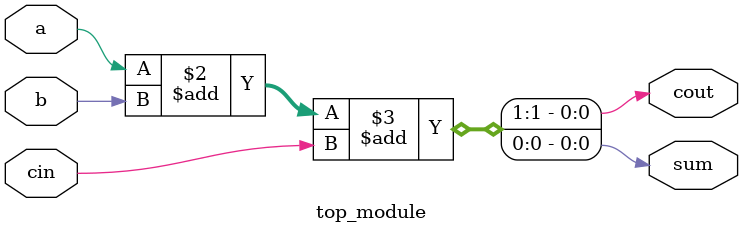
<source format=v>


module top_module( 
    input a, b, cin,
    output cout, sum );

    always
        begin
            {cout,sum}=a+b+cin;
        end
endmodule

</source>
